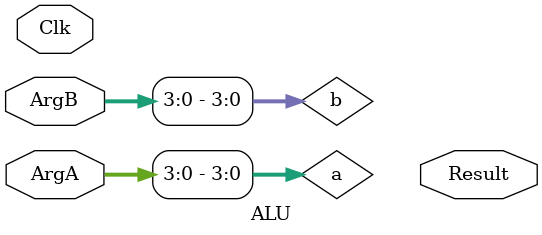
<source format=sv>
module ALU (output[31:0] Result, input[31:0] ArgA, ArgB, input Clk);
logic signed [3:0] a = ArgA[3:0];
logic signed [3:0] b = ArgB[3:0];
specify
    specparam tRise = 5, tFall = 4;
    (Clk *> Result) = (tRise, tFall);
endspecify
endmodule
</source>
